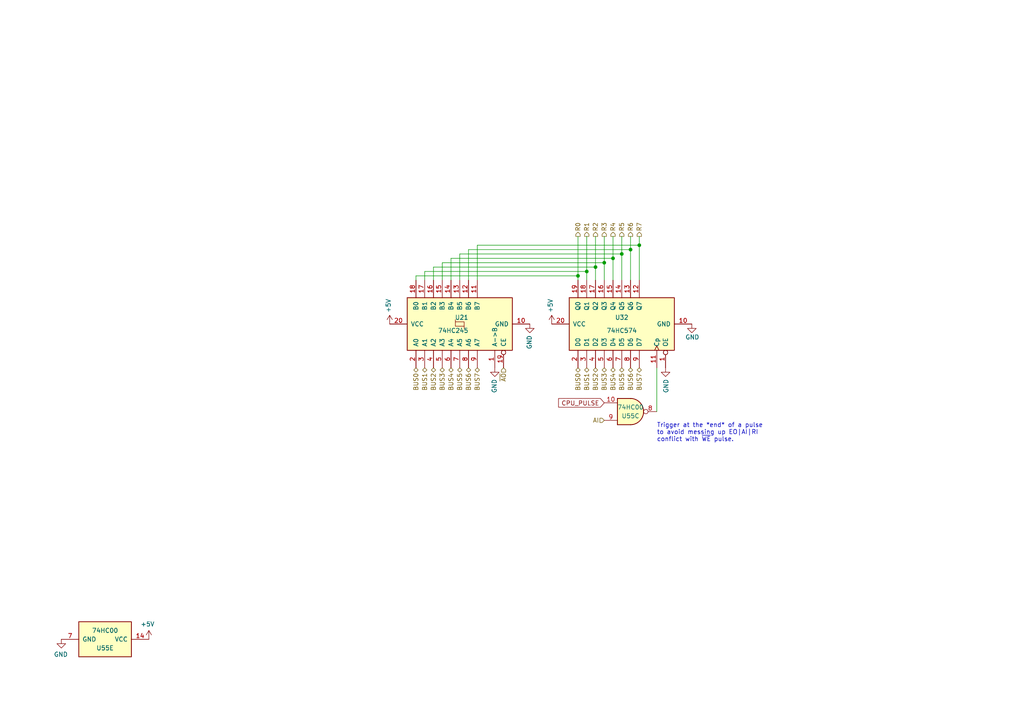
<source format=kicad_sch>
(kicad_sch (version 20211123) (generator eeschema)

  (uuid f8529c76-1044-4634-9957-c14ed2657ad1)

  (paper "A4")

  (title_block
    (title "A Register")
    (date "2023-06-22")
    (rev "1.2")
    (comment 2 "creativecommons.org/licenses/by-nc-sa/4.0/")
    (comment 3 "This work is licensed under CC BY-NC-SA 4.0")
    (comment 4 "Author: Carsten Herting (slu4)")
  )

  (lib_symbols
    (symbol "74xx:74HC00" (pin_names (offset 1.016)) (in_bom yes) (on_board yes)
      (property "Reference" "U" (id 0) (at 0 1.27 0)
        (effects (font (size 1.27 1.27)))
      )
      (property "Value" "74HC00" (id 1) (at 0 -1.27 0)
        (effects (font (size 1.27 1.27)))
      )
      (property "Footprint" "" (id 2) (at 0 0 0)
        (effects (font (size 1.27 1.27)) hide)
      )
      (property "Datasheet" "http://www.ti.com/lit/gpn/sn74hc00" (id 3) (at 0 0 0)
        (effects (font (size 1.27 1.27)) hide)
      )
      (property "ki_locked" "" (id 4) (at 0 0 0)
        (effects (font (size 1.27 1.27)))
      )
      (property "ki_keywords" "HCMOS nand 2-input" (id 5) (at 0 0 0)
        (effects (font (size 1.27 1.27)) hide)
      )
      (property "ki_description" "quad 2-input NAND gate" (id 6) (at 0 0 0)
        (effects (font (size 1.27 1.27)) hide)
      )
      (property "ki_fp_filters" "DIP*W7.62mm* SO14*" (id 7) (at 0 0 0)
        (effects (font (size 1.27 1.27)) hide)
      )
      (symbol "74HC00_1_1"
        (arc (start 0 -3.81) (mid 3.81 0) (end 0 3.81)
          (stroke (width 0.254) (type default) (color 0 0 0 0))
          (fill (type background))
        )
        (polyline
          (pts
            (xy 0 3.81)
            (xy -3.81 3.81)
            (xy -3.81 -3.81)
            (xy 0 -3.81)
          )
          (stroke (width 0.254) (type default) (color 0 0 0 0))
          (fill (type background))
        )
        (pin input line (at -7.62 2.54 0) (length 3.81)
          (name "~" (effects (font (size 1.27 1.27))))
          (number "1" (effects (font (size 1.27 1.27))))
        )
        (pin input line (at -7.62 -2.54 0) (length 3.81)
          (name "~" (effects (font (size 1.27 1.27))))
          (number "2" (effects (font (size 1.27 1.27))))
        )
        (pin output inverted (at 7.62 0 180) (length 3.81)
          (name "~" (effects (font (size 1.27 1.27))))
          (number "3" (effects (font (size 1.27 1.27))))
        )
      )
      (symbol "74HC00_1_2"
        (arc (start -3.81 -3.81) (mid -2.589 0) (end -3.81 3.81)
          (stroke (width 0.254) (type default) (color 0 0 0 0))
          (fill (type none))
        )
        (arc (start -0.6096 -3.81) (mid 2.1842 -2.5851) (end 3.81 0)
          (stroke (width 0.254) (type default) (color 0 0 0 0))
          (fill (type background))
        )
        (polyline
          (pts
            (xy -3.81 -3.81)
            (xy -0.635 -3.81)
          )
          (stroke (width 0.254) (type default) (color 0 0 0 0))
          (fill (type background))
        )
        (polyline
          (pts
            (xy -3.81 3.81)
            (xy -0.635 3.81)
          )
          (stroke (width 0.254) (type default) (color 0 0 0 0))
          (fill (type background))
        )
        (polyline
          (pts
            (xy -0.635 3.81)
            (xy -3.81 3.81)
            (xy -3.81 3.81)
            (xy -3.556 3.4036)
            (xy -3.0226 2.2606)
            (xy -2.6924 1.0414)
            (xy -2.6162 -0.254)
            (xy -2.7686 -1.4986)
            (xy -3.175 -2.7178)
            (xy -3.81 -3.81)
            (xy -3.81 -3.81)
            (xy -0.635 -3.81)
          )
          (stroke (width -25.4) (type default) (color 0 0 0 0))
          (fill (type background))
        )
        (arc (start 3.81 0) (mid 2.1915 2.5936) (end -0.6096 3.81)
          (stroke (width 0.254) (type default) (color 0 0 0 0))
          (fill (type background))
        )
        (pin input inverted (at -7.62 2.54 0) (length 4.318)
          (name "~" (effects (font (size 1.27 1.27))))
          (number "1" (effects (font (size 1.27 1.27))))
        )
        (pin input inverted (at -7.62 -2.54 0) (length 4.318)
          (name "~" (effects (font (size 1.27 1.27))))
          (number "2" (effects (font (size 1.27 1.27))))
        )
        (pin output line (at 7.62 0 180) (length 3.81)
          (name "~" (effects (font (size 1.27 1.27))))
          (number "3" (effects (font (size 1.27 1.27))))
        )
      )
      (symbol "74HC00_2_1"
        (arc (start 0 -3.81) (mid 3.81 0) (end 0 3.81)
          (stroke (width 0.254) (type default) (color 0 0 0 0))
          (fill (type background))
        )
        (polyline
          (pts
            (xy 0 3.81)
            (xy -3.81 3.81)
            (xy -3.81 -3.81)
            (xy 0 -3.81)
          )
          (stroke (width 0.254) (type default) (color 0 0 0 0))
          (fill (type background))
        )
        (pin input line (at -7.62 2.54 0) (length 3.81)
          (name "~" (effects (font (size 1.27 1.27))))
          (number "4" (effects (font (size 1.27 1.27))))
        )
        (pin input line (at -7.62 -2.54 0) (length 3.81)
          (name "~" (effects (font (size 1.27 1.27))))
          (number "5" (effects (font (size 1.27 1.27))))
        )
        (pin output inverted (at 7.62 0 180) (length 3.81)
          (name "~" (effects (font (size 1.27 1.27))))
          (number "6" (effects (font (size 1.27 1.27))))
        )
      )
      (symbol "74HC00_2_2"
        (arc (start -3.81 -3.81) (mid -2.589 0) (end -3.81 3.81)
          (stroke (width 0.254) (type default) (color 0 0 0 0))
          (fill (type none))
        )
        (arc (start -0.6096 -3.81) (mid 2.1842 -2.5851) (end 3.81 0)
          (stroke (width 0.254) (type default) (color 0 0 0 0))
          (fill (type background))
        )
        (polyline
          (pts
            (xy -3.81 -3.81)
            (xy -0.635 -3.81)
          )
          (stroke (width 0.254) (type default) (color 0 0 0 0))
          (fill (type background))
        )
        (polyline
          (pts
            (xy -3.81 3.81)
            (xy -0.635 3.81)
          )
          (stroke (width 0.254) (type default) (color 0 0 0 0))
          (fill (type background))
        )
        (polyline
          (pts
            (xy -0.635 3.81)
            (xy -3.81 3.81)
            (xy -3.81 3.81)
            (xy -3.556 3.4036)
            (xy -3.0226 2.2606)
            (xy -2.6924 1.0414)
            (xy -2.6162 -0.254)
            (xy -2.7686 -1.4986)
            (xy -3.175 -2.7178)
            (xy -3.81 -3.81)
            (xy -3.81 -3.81)
            (xy -0.635 -3.81)
          )
          (stroke (width -25.4) (type default) (color 0 0 0 0))
          (fill (type background))
        )
        (arc (start 3.81 0) (mid 2.1915 2.5936) (end -0.6096 3.81)
          (stroke (width 0.254) (type default) (color 0 0 0 0))
          (fill (type background))
        )
        (pin input inverted (at -7.62 2.54 0) (length 4.318)
          (name "~" (effects (font (size 1.27 1.27))))
          (number "4" (effects (font (size 1.27 1.27))))
        )
        (pin input inverted (at -7.62 -2.54 0) (length 4.318)
          (name "~" (effects (font (size 1.27 1.27))))
          (number "5" (effects (font (size 1.27 1.27))))
        )
        (pin output line (at 7.62 0 180) (length 3.81)
          (name "~" (effects (font (size 1.27 1.27))))
          (number "6" (effects (font (size 1.27 1.27))))
        )
      )
      (symbol "74HC00_3_1"
        (arc (start 0 -3.81) (mid 3.81 0) (end 0 3.81)
          (stroke (width 0.254) (type default) (color 0 0 0 0))
          (fill (type background))
        )
        (polyline
          (pts
            (xy 0 3.81)
            (xy -3.81 3.81)
            (xy -3.81 -3.81)
            (xy 0 -3.81)
          )
          (stroke (width 0.254) (type default) (color 0 0 0 0))
          (fill (type background))
        )
        (pin input line (at -7.62 -2.54 0) (length 3.81)
          (name "~" (effects (font (size 1.27 1.27))))
          (number "10" (effects (font (size 1.27 1.27))))
        )
        (pin output inverted (at 7.62 0 180) (length 3.81)
          (name "~" (effects (font (size 1.27 1.27))))
          (number "8" (effects (font (size 1.27 1.27))))
        )
        (pin input line (at -7.62 2.54 0) (length 3.81)
          (name "~" (effects (font (size 1.27 1.27))))
          (number "9" (effects (font (size 1.27 1.27))))
        )
      )
      (symbol "74HC00_3_2"
        (arc (start -3.81 -3.81) (mid -2.589 0) (end -3.81 3.81)
          (stroke (width 0.254) (type default) (color 0 0 0 0))
          (fill (type none))
        )
        (arc (start -0.6096 -3.81) (mid 2.1842 -2.5851) (end 3.81 0)
          (stroke (width 0.254) (type default) (color 0 0 0 0))
          (fill (type background))
        )
        (polyline
          (pts
            (xy -3.81 -3.81)
            (xy -0.635 -3.81)
          )
          (stroke (width 0.254) (type default) (color 0 0 0 0))
          (fill (type background))
        )
        (polyline
          (pts
            (xy -3.81 3.81)
            (xy -0.635 3.81)
          )
          (stroke (width 0.254) (type default) (color 0 0 0 0))
          (fill (type background))
        )
        (polyline
          (pts
            (xy -0.635 3.81)
            (xy -3.81 3.81)
            (xy -3.81 3.81)
            (xy -3.556 3.4036)
            (xy -3.0226 2.2606)
            (xy -2.6924 1.0414)
            (xy -2.6162 -0.254)
            (xy -2.7686 -1.4986)
            (xy -3.175 -2.7178)
            (xy -3.81 -3.81)
            (xy -3.81 -3.81)
            (xy -0.635 -3.81)
          )
          (stroke (width -25.4) (type default) (color 0 0 0 0))
          (fill (type background))
        )
        (arc (start 3.81 0) (mid 2.1915 2.5936) (end -0.6096 3.81)
          (stroke (width 0.254) (type default) (color 0 0 0 0))
          (fill (type background))
        )
        (pin input inverted (at -7.62 -2.54 0) (length 4.318)
          (name "~" (effects (font (size 1.27 1.27))))
          (number "10" (effects (font (size 1.27 1.27))))
        )
        (pin output line (at 7.62 0 180) (length 3.81)
          (name "~" (effects (font (size 1.27 1.27))))
          (number "8" (effects (font (size 1.27 1.27))))
        )
        (pin input inverted (at -7.62 2.54 0) (length 4.318)
          (name "~" (effects (font (size 1.27 1.27))))
          (number "9" (effects (font (size 1.27 1.27))))
        )
      )
      (symbol "74HC00_4_1"
        (arc (start 0 -3.81) (mid 3.81 0) (end 0 3.81)
          (stroke (width 0.254) (type default) (color 0 0 0 0))
          (fill (type background))
        )
        (polyline
          (pts
            (xy 0 3.81)
            (xy -3.81 3.81)
            (xy -3.81 -3.81)
            (xy 0 -3.81)
          )
          (stroke (width 0.254) (type default) (color 0 0 0 0))
          (fill (type background))
        )
        (pin output inverted (at 7.62 0 180) (length 3.81)
          (name "~" (effects (font (size 1.27 1.27))))
          (number "11" (effects (font (size 1.27 1.27))))
        )
        (pin input line (at -7.62 2.54 0) (length 3.81)
          (name "~" (effects (font (size 1.27 1.27))))
          (number "12" (effects (font (size 1.27 1.27))))
        )
        (pin input line (at -7.62 -2.54 0) (length 3.81)
          (name "~" (effects (font (size 1.27 1.27))))
          (number "13" (effects (font (size 1.27 1.27))))
        )
      )
      (symbol "74HC00_4_2"
        (arc (start -3.81 -3.81) (mid -2.589 0) (end -3.81 3.81)
          (stroke (width 0.254) (type default) (color 0 0 0 0))
          (fill (type none))
        )
        (arc (start -0.6096 -3.81) (mid 2.1842 -2.5851) (end 3.81 0)
          (stroke (width 0.254) (type default) (color 0 0 0 0))
          (fill (type background))
        )
        (polyline
          (pts
            (xy -3.81 -3.81)
            (xy -0.635 -3.81)
          )
          (stroke (width 0.254) (type default) (color 0 0 0 0))
          (fill (type background))
        )
        (polyline
          (pts
            (xy -3.81 3.81)
            (xy -0.635 3.81)
          )
          (stroke (width 0.254) (type default) (color 0 0 0 0))
          (fill (type background))
        )
        (polyline
          (pts
            (xy -0.635 3.81)
            (xy -3.81 3.81)
            (xy -3.81 3.81)
            (xy -3.556 3.4036)
            (xy -3.0226 2.2606)
            (xy -2.6924 1.0414)
            (xy -2.6162 -0.254)
            (xy -2.7686 -1.4986)
            (xy -3.175 -2.7178)
            (xy -3.81 -3.81)
            (xy -3.81 -3.81)
            (xy -0.635 -3.81)
          )
          (stroke (width -25.4) (type default) (color 0 0 0 0))
          (fill (type background))
        )
        (arc (start 3.81 0) (mid 2.1915 2.5936) (end -0.6096 3.81)
          (stroke (width 0.254) (type default) (color 0 0 0 0))
          (fill (type background))
        )
        (pin output line (at 7.62 0 180) (length 3.81)
          (name "~" (effects (font (size 1.27 1.27))))
          (number "11" (effects (font (size 1.27 1.27))))
        )
        (pin input inverted (at -7.62 2.54 0) (length 4.318)
          (name "~" (effects (font (size 1.27 1.27))))
          (number "12" (effects (font (size 1.27 1.27))))
        )
        (pin input inverted (at -7.62 -2.54 0) (length 4.318)
          (name "~" (effects (font (size 1.27 1.27))))
          (number "13" (effects (font (size 1.27 1.27))))
        )
      )
      (symbol "74HC00_5_0"
        (pin power_in line (at 0 12.7 270) (length 5.08)
          (name "VCC" (effects (font (size 1.27 1.27))))
          (number "14" (effects (font (size 1.27 1.27))))
        )
        (pin power_in line (at 0 -12.7 90) (length 5.08)
          (name "GND" (effects (font (size 1.27 1.27))))
          (number "7" (effects (font (size 1.27 1.27))))
        )
      )
      (symbol "74HC00_5_1"
        (rectangle (start -5.08 7.62) (end 5.08 -7.62)
          (stroke (width 0.254) (type default) (color 0 0 0 0))
          (fill (type background))
        )
      )
    )
    (symbol "74xx:74HC245" (pin_names (offset 1.016)) (in_bom yes) (on_board yes)
      (property "Reference" "U" (id 0) (at -7.62 16.51 0)
        (effects (font (size 1.27 1.27)))
      )
      (property "Value" "74HC245" (id 1) (at -7.62 -16.51 0)
        (effects (font (size 1.27 1.27)))
      )
      (property "Footprint" "" (id 2) (at 0 0 0)
        (effects (font (size 1.27 1.27)) hide)
      )
      (property "Datasheet" "http://www.ti.com/lit/gpn/sn74HC245" (id 3) (at 0 0 0)
        (effects (font (size 1.27 1.27)) hide)
      )
      (property "ki_locked" "" (id 4) (at 0 0 0)
        (effects (font (size 1.27 1.27)))
      )
      (property "ki_keywords" "HCMOS BUS 3State" (id 5) (at 0 0 0)
        (effects (font (size 1.27 1.27)) hide)
      )
      (property "ki_description" "Octal BUS Transceivers, 3-State outputs" (id 6) (at 0 0 0)
        (effects (font (size 1.27 1.27)) hide)
      )
      (property "ki_fp_filters" "DIP?20*" (id 7) (at 0 0 0)
        (effects (font (size 1.27 1.27)) hide)
      )
      (symbol "74HC245_1_0"
        (polyline
          (pts
            (xy -0.635 -1.27)
            (xy -0.635 1.27)
            (xy 0.635 1.27)
          )
          (stroke (width 0) (type default) (color 0 0 0 0))
          (fill (type none))
        )
        (polyline
          (pts
            (xy -1.27 -1.27)
            (xy 0.635 -1.27)
            (xy 0.635 1.27)
            (xy 1.27 1.27)
          )
          (stroke (width 0) (type default) (color 0 0 0 0))
          (fill (type none))
        )
        (pin input line (at -12.7 -10.16 0) (length 5.08)
          (name "A->B" (effects (font (size 1.27 1.27))))
          (number "1" (effects (font (size 1.27 1.27))))
        )
        (pin power_in line (at 0 -20.32 90) (length 5.08)
          (name "GND" (effects (font (size 1.27 1.27))))
          (number "10" (effects (font (size 1.27 1.27))))
        )
        (pin tri_state line (at 12.7 -5.08 180) (length 5.08)
          (name "B7" (effects (font (size 1.27 1.27))))
          (number "11" (effects (font (size 1.27 1.27))))
        )
        (pin tri_state line (at 12.7 -2.54 180) (length 5.08)
          (name "B6" (effects (font (size 1.27 1.27))))
          (number "12" (effects (font (size 1.27 1.27))))
        )
        (pin tri_state line (at 12.7 0 180) (length 5.08)
          (name "B5" (effects (font (size 1.27 1.27))))
          (number "13" (effects (font (size 1.27 1.27))))
        )
        (pin tri_state line (at 12.7 2.54 180) (length 5.08)
          (name "B4" (effects (font (size 1.27 1.27))))
          (number "14" (effects (font (size 1.27 1.27))))
        )
        (pin tri_state line (at 12.7 5.08 180) (length 5.08)
          (name "B3" (effects (font (size 1.27 1.27))))
          (number "15" (effects (font (size 1.27 1.27))))
        )
        (pin tri_state line (at 12.7 7.62 180) (length 5.08)
          (name "B2" (effects (font (size 1.27 1.27))))
          (number "16" (effects (font (size 1.27 1.27))))
        )
        (pin tri_state line (at 12.7 10.16 180) (length 5.08)
          (name "B1" (effects (font (size 1.27 1.27))))
          (number "17" (effects (font (size 1.27 1.27))))
        )
        (pin tri_state line (at 12.7 12.7 180) (length 5.08)
          (name "B0" (effects (font (size 1.27 1.27))))
          (number "18" (effects (font (size 1.27 1.27))))
        )
        (pin input inverted (at -12.7 -12.7 0) (length 5.08)
          (name "CE" (effects (font (size 1.27 1.27))))
          (number "19" (effects (font (size 1.27 1.27))))
        )
        (pin tri_state line (at -12.7 12.7 0) (length 5.08)
          (name "A0" (effects (font (size 1.27 1.27))))
          (number "2" (effects (font (size 1.27 1.27))))
        )
        (pin power_in line (at 0 20.32 270) (length 5.08)
          (name "VCC" (effects (font (size 1.27 1.27))))
          (number "20" (effects (font (size 1.27 1.27))))
        )
        (pin tri_state line (at -12.7 10.16 0) (length 5.08)
          (name "A1" (effects (font (size 1.27 1.27))))
          (number "3" (effects (font (size 1.27 1.27))))
        )
        (pin tri_state line (at -12.7 7.62 0) (length 5.08)
          (name "A2" (effects (font (size 1.27 1.27))))
          (number "4" (effects (font (size 1.27 1.27))))
        )
        (pin tri_state line (at -12.7 5.08 0) (length 5.08)
          (name "A3" (effects (font (size 1.27 1.27))))
          (number "5" (effects (font (size 1.27 1.27))))
        )
        (pin tri_state line (at -12.7 2.54 0) (length 5.08)
          (name "A4" (effects (font (size 1.27 1.27))))
          (number "6" (effects (font (size 1.27 1.27))))
        )
        (pin tri_state line (at -12.7 0 0) (length 5.08)
          (name "A5" (effects (font (size 1.27 1.27))))
          (number "7" (effects (font (size 1.27 1.27))))
        )
        (pin tri_state line (at -12.7 -2.54 0) (length 5.08)
          (name "A6" (effects (font (size 1.27 1.27))))
          (number "8" (effects (font (size 1.27 1.27))))
        )
        (pin tri_state line (at -12.7 -5.08 0) (length 5.08)
          (name "A7" (effects (font (size 1.27 1.27))))
          (number "9" (effects (font (size 1.27 1.27))))
        )
      )
      (symbol "74HC245_1_1"
        (rectangle (start -7.62 15.24) (end 7.62 -15.24)
          (stroke (width 0.254) (type default) (color 0 0 0 0))
          (fill (type background))
        )
      )
    )
    (symbol "8-Bit CPU 32k-cache:74HC00" (pin_names (offset 1.016)) (in_bom yes) (on_board yes)
      (property "Reference" "U" (id 0) (at 0 1.27 0)
        (effects (font (size 1.27 1.27)))
      )
      (property "Value" "74HC00" (id 1) (at 0 -1.27 0)
        (effects (font (size 1.27 1.27)))
      )
      (property "Footprint" "" (id 2) (at 0 0 0)
        (effects (font (size 1.27 1.27)) hide)
      )
      (property "Datasheet" "" (id 3) (at 0 0 0)
        (effects (font (size 1.27 1.27)) hide)
      )
      (property "ki_locked" "" (id 4) (at 0 0 0)
        (effects (font (size 1.27 1.27)))
      )
      (property "ki_fp_filters" "DIP*W7.62mm* SO14*" (id 5) (at 0 0 0)
        (effects (font (size 1.27 1.27)) hide)
      )
      (symbol "74HC00_1_1"
        (arc (start 0 -3.81) (mid 3.81 0) (end 0 3.81)
          (stroke (width 0.254) (type default) (color 0 0 0 0))
          (fill (type background))
        )
        (polyline
          (pts
            (xy 0 3.81)
            (xy -3.81 3.81)
            (xy -3.81 -3.81)
            (xy 0 -3.81)
          )
          (stroke (width 0.254) (type default) (color 0 0 0 0))
          (fill (type background))
        )
        (pin input line (at -7.62 2.54 0) (length 3.81)
          (name "~" (effects (font (size 1.27 1.27))))
          (number "1" (effects (font (size 1.27 1.27))))
        )
        (pin input line (at -7.62 -2.54 0) (length 3.81)
          (name "~" (effects (font (size 1.27 1.27))))
          (number "2" (effects (font (size 1.27 1.27))))
        )
        (pin output inverted (at 7.62 0 180) (length 3.81)
          (name "~" (effects (font (size 1.27 1.27))))
          (number "3" (effects (font (size 1.27 1.27))))
        )
      )
      (symbol "74HC00_1_2"
        (arc (start -3.81 -3.81) (mid -2.589 0) (end -3.81 3.81)
          (stroke (width 0.254) (type default) (color 0 0 0 0))
          (fill (type none))
        )
        (arc (start -0.6096 -3.81) (mid 2.1842 -2.5851) (end 3.81 0)
          (stroke (width 0.254) (type default) (color 0 0 0 0))
          (fill (type background))
        )
        (polyline
          (pts
            (xy -3.81 -3.81)
            (xy -0.635 -3.81)
          )
          (stroke (width 0.254) (type default) (color 0 0 0 0))
          (fill (type background))
        )
        (polyline
          (pts
            (xy -3.81 3.81)
            (xy -0.635 3.81)
          )
          (stroke (width 0.254) (type default) (color 0 0 0 0))
          (fill (type background))
        )
        (polyline
          (pts
            (xy -0.635 3.81)
            (xy -3.81 3.81)
            (xy -3.81 3.81)
            (xy -3.556 3.4036)
            (xy -3.0226 2.2606)
            (xy -2.6924 1.0414)
            (xy -2.6162 -0.254)
            (xy -2.7686 -1.4986)
            (xy -3.175 -2.7178)
            (xy -3.81 -3.81)
            (xy -3.81 -3.81)
            (xy -0.635 -3.81)
          )
          (stroke (width -25.4) (type default) (color 0 0 0 0))
          (fill (type background))
        )
        (arc (start 3.81 0) (mid 2.1915 2.5936) (end -0.6096 3.81)
          (stroke (width 0.254) (type default) (color 0 0 0 0))
          (fill (type background))
        )
        (pin input inverted (at -7.62 2.54 0) (length 4.318)
          (name "~" (effects (font (size 1.27 1.27))))
          (number "1" (effects (font (size 1.27 1.27))))
        )
        (pin input inverted (at -7.62 -2.54 0) (length 4.318)
          (name "~" (effects (font (size 1.27 1.27))))
          (number "2" (effects (font (size 1.27 1.27))))
        )
        (pin output line (at 7.62 0 180) (length 3.81)
          (name "~" (effects (font (size 1.27 1.27))))
          (number "3" (effects (font (size 1.27 1.27))))
        )
      )
      (symbol "74HC00_2_1"
        (arc (start 0 -3.81) (mid 3.81 0) (end 0 3.81)
          (stroke (width 0.254) (type default) (color 0 0 0 0))
          (fill (type background))
        )
        (polyline
          (pts
            (xy 0 3.81)
            (xy -3.81 3.81)
            (xy -3.81 -3.81)
            (xy 0 -3.81)
          )
          (stroke (width 0.254) (type default) (color 0 0 0 0))
          (fill (type background))
        )
        (pin input line (at -7.62 2.54 0) (length 3.81)
          (name "~" (effects (font (size 1.27 1.27))))
          (number "4" (effects (font (size 1.27 1.27))))
        )
        (pin input line (at -7.62 -2.54 0) (length 3.81)
          (name "~" (effects (font (size 1.27 1.27))))
          (number "5" (effects (font (size 1.27 1.27))))
        )
        (pin output inverted (at 7.62 0 180) (length 3.81)
          (name "~" (effects (font (size 1.27 1.27))))
          (number "6" (effects (font (size 1.27 1.27))))
        )
      )
      (symbol "74HC00_2_2"
        (arc (start -3.81 -3.81) (mid -2.589 0) (end -3.81 3.81)
          (stroke (width 0.254) (type default) (color 0 0 0 0))
          (fill (type none))
        )
        (arc (start -0.6096 -3.81) (mid 2.1842 -2.5851) (end 3.81 0)
          (stroke (width 0.254) (type default) (color 0 0 0 0))
          (fill (type background))
        )
        (polyline
          (pts
            (xy -3.81 -3.81)
            (xy -0.635 -3.81)
          )
          (stroke (width 0.254) (type default) (color 0 0 0 0))
          (fill (type background))
        )
        (polyline
          (pts
            (xy -3.81 3.81)
            (xy -0.635 3.81)
          )
          (stroke (width 0.254) (type default) (color 0 0 0 0))
          (fill (type background))
        )
        (polyline
          (pts
            (xy -0.635 3.81)
            (xy -3.81 3.81)
            (xy -3.81 3.81)
            (xy -3.556 3.4036)
            (xy -3.0226 2.2606)
            (xy -2.6924 1.0414)
            (xy -2.6162 -0.254)
            (xy -2.7686 -1.4986)
            (xy -3.175 -2.7178)
            (xy -3.81 -3.81)
            (xy -3.81 -3.81)
            (xy -0.635 -3.81)
          )
          (stroke (width -25.4) (type default) (color 0 0 0 0))
          (fill (type background))
        )
        (arc (start 3.81 0) (mid 2.1915 2.5936) (end -0.6096 3.81)
          (stroke (width 0.254) (type default) (color 0 0 0 0))
          (fill (type background))
        )
        (pin input inverted (at -7.62 2.54 0) (length 4.318)
          (name "~" (effects (font (size 1.27 1.27))))
          (number "4" (effects (font (size 1.27 1.27))))
        )
        (pin input inverted (at -7.62 -2.54 0) (length 4.318)
          (name "~" (effects (font (size 1.27 1.27))))
          (number "5" (effects (font (size 1.27 1.27))))
        )
        (pin output line (at 7.62 0 180) (length 3.81)
          (name "~" (effects (font (size 1.27 1.27))))
          (number "6" (effects (font (size 1.27 1.27))))
        )
      )
      (symbol "74HC00_3_1"
        (arc (start 0 -3.81) (mid 3.81 0) (end 0 3.81)
          (stroke (width 0.254) (type default) (color 0 0 0 0))
          (fill (type background))
        )
        (polyline
          (pts
            (xy 0 3.81)
            (xy -3.81 3.81)
            (xy -3.81 -3.81)
            (xy 0 -3.81)
          )
          (stroke (width 0.254) (type default) (color 0 0 0 0))
          (fill (type background))
        )
        (pin input line (at -7.62 -2.54 0) (length 3.81)
          (name "~" (effects (font (size 1.27 1.27))))
          (number "10" (effects (font (size 1.27 1.27))))
        )
        (pin output inverted (at 7.62 0 180) (length 3.81)
          (name "~" (effects (font (size 1.27 1.27))))
          (number "8" (effects (font (size 1.27 1.27))))
        )
        (pin input line (at -7.62 2.54 0) (length 3.81)
          (name "~" (effects (font (size 1.27 1.27))))
          (number "9" (effects (font (size 1.27 1.27))))
        )
      )
      (symbol "74HC00_3_2"
        (arc (start -3.81 -3.81) (mid -2.589 0) (end -3.81 3.81)
          (stroke (width 0.254) (type default) (color 0 0 0 0))
          (fill (type none))
        )
        (arc (start -0.6096 -3.81) (mid 2.1842 -2.5851) (end 3.81 0)
          (stroke (width 0.254) (type default) (color 0 0 0 0))
          (fill (type background))
        )
        (polyline
          (pts
            (xy -3.81 -3.81)
            (xy -0.635 -3.81)
          )
          (stroke (width 0.254) (type default) (color 0 0 0 0))
          (fill (type background))
        )
        (polyline
          (pts
            (xy -3.81 3.81)
            (xy -0.635 3.81)
          )
          (stroke (width 0.254) (type default) (color 0 0 0 0))
          (fill (type background))
        )
        (polyline
          (pts
            (xy -0.635 3.81)
            (xy -3.81 3.81)
            (xy -3.81 3.81)
            (xy -3.556 3.4036)
            (xy -3.0226 2.2606)
            (xy -2.6924 1.0414)
            (xy -2.6162 -0.254)
            (xy -2.7686 -1.4986)
            (xy -3.175 -2.7178)
            (xy -3.81 -3.81)
            (xy -3.81 -3.81)
            (xy -0.635 -3.81)
          )
          (stroke (width -25.4) (type default) (color 0 0 0 0))
          (fill (type background))
        )
        (arc (start 3.81 0) (mid 2.1915 2.5936) (end -0.6096 3.81)
          (stroke (width 0.254) (type default) (color 0 0 0 0))
          (fill (type background))
        )
        (pin input inverted (at -7.62 -2.54 0) (length 4.318)
          (name "~" (effects (font (size 1.27 1.27))))
          (number "10" (effects (font (size 1.27 1.27))))
        )
        (pin output line (at 7.62 0 180) (length 3.81)
          (name "~" (effects (font (size 1.27 1.27))))
          (number "8" (effects (font (size 1.27 1.27))))
        )
        (pin input inverted (at -7.62 2.54 0) (length 4.318)
          (name "~" (effects (font (size 1.27 1.27))))
          (number "9" (effects (font (size 1.27 1.27))))
        )
      )
      (symbol "74HC00_4_1"
        (arc (start 0 -3.81) (mid 3.81 0) (end 0 3.81)
          (stroke (width 0.254) (type default) (color 0 0 0 0))
          (fill (type background))
        )
        (polyline
          (pts
            (xy 0 3.81)
            (xy -3.81 3.81)
            (xy -3.81 -3.81)
            (xy 0 -3.81)
          )
          (stroke (width 0.254) (type default) (color 0 0 0 0))
          (fill (type background))
        )
        (pin output inverted (at 7.62 0 180) (length 3.81)
          (name "~" (effects (font (size 1.27 1.27))))
          (number "11" (effects (font (size 1.27 1.27))))
        )
        (pin input line (at -7.62 2.54 0) (length 3.81)
          (name "~" (effects (font (size 1.27 1.27))))
          (number "12" (effects (font (size 1.27 1.27))))
        )
        (pin input line (at -7.62 -2.54 0) (length 3.81)
          (name "~" (effects (font (size 1.27 1.27))))
          (number "13" (effects (font (size 1.27 1.27))))
        )
      )
      (symbol "74HC00_4_2"
        (arc (start -3.81 -3.81) (mid -2.589 0) (end -3.81 3.81)
          (stroke (width 0.254) (type default) (color 0 0 0 0))
          (fill (type none))
        )
        (arc (start -0.6096 -3.81) (mid 2.1842 -2.5851) (end 3.81 0)
          (stroke (width 0.254) (type default) (color 0 0 0 0))
          (fill (type background))
        )
        (polyline
          (pts
            (xy -3.81 -3.81)
            (xy -0.635 -3.81)
          )
          (stroke (width 0.254) (type default) (color 0 0 0 0))
          (fill (type background))
        )
        (polyline
          (pts
            (xy -3.81 3.81)
            (xy -0.635 3.81)
          )
          (stroke (width 0.254) (type default) (color 0 0 0 0))
          (fill (type background))
        )
        (polyline
          (pts
            (xy -0.635 3.81)
            (xy -3.81 3.81)
            (xy -3.81 3.81)
            (xy -3.556 3.4036)
            (xy -3.0226 2.2606)
            (xy -2.6924 1.0414)
            (xy -2.6162 -0.254)
            (xy -2.7686 -1.4986)
            (xy -3.175 -2.7178)
            (xy -3.81 -3.81)
            (xy -3.81 -3.81)
            (xy -0.635 -3.81)
          )
          (stroke (width -25.4) (type default) (color 0 0 0 0))
          (fill (type background))
        )
        (arc (start 3.81 0) (mid 2.1915 2.5936) (end -0.6096 3.81)
          (stroke (width 0.254) (type default) (color 0 0 0 0))
          (fill (type background))
        )
        (pin output line (at 7.62 0 180) (length 3.81)
          (name "~" (effects (font (size 1.27 1.27))))
          (number "11" (effects (font (size 1.27 1.27))))
        )
        (pin input inverted (at -7.62 2.54 0) (length 4.318)
          (name "~" (effects (font (size 1.27 1.27))))
          (number "12" (effects (font (size 1.27 1.27))))
        )
        (pin input inverted (at -7.62 -2.54 0) (length 4.318)
          (name "~" (effects (font (size 1.27 1.27))))
          (number "13" (effects (font (size 1.27 1.27))))
        )
      )
      (symbol "74HC00_5_0"
        (pin power_in line (at 0 12.7 270) (length 5.08)
          (name "VCC" (effects (font (size 1.27 1.27))))
          (number "14" (effects (font (size 1.27 1.27))))
        )
        (pin power_in line (at 0 -12.7 90) (length 5.08)
          (name "GND" (effects (font (size 1.27 1.27))))
          (number "7" (effects (font (size 1.27 1.27))))
        )
      )
      (symbol "74HC00_5_1"
        (rectangle (start -5.08 7.62) (end 5.08 -7.62)
          (stroke (width 0.254) (type default) (color 0 0 0 0))
          (fill (type background))
        )
      )
    )
    (symbol "8-Bit CPU 32k:74HC574" (pin_names (offset 1.016)) (in_bom yes) (on_board yes)
      (property "Reference" "U" (id 0) (at -7.62 16.51 0)
        (effects (font (size 1.27 1.27)))
      )
      (property "Value" "74HC574" (id 1) (at -7.62 -16.51 0)
        (effects (font (size 1.27 1.27)))
      )
      (property "Footprint" "" (id 2) (at 0 0 0)
        (effects (font (size 1.27 1.27)) hide)
      )
      (property "Datasheet" "http://www.ti.com/lit/gpn/sn74LS574" (id 3) (at 0 0 0)
        (effects (font (size 1.27 1.27)) hide)
      )
      (property "ki_locked" "" (id 4) (at 0 0 0)
        (effects (font (size 1.27 1.27)))
      )
      (property "ki_keywords" "TTL REG DFF DFF8 3State" (id 5) (at 0 0 0)
        (effects (font (size 1.27 1.27)) hide)
      )
      (property "ki_description" "8-bit Register, 3-state outputs" (id 6) (at 0 0 0)
        (effects (font (size 1.27 1.27)) hide)
      )
      (property "ki_fp_filters" "DIP?20*" (id 7) (at 0 0 0)
        (effects (font (size 1.27 1.27)) hide)
      )
      (symbol "74HC574_1_0"
        (pin input inverted (at -12.7 -12.7 0) (length 5.08)
          (name "OE" (effects (font (size 1.27 1.27))))
          (number "1" (effects (font (size 1.27 1.27))))
        )
        (pin power_in line (at 0 -20.32 90) (length 5.08)
          (name "GND" (effects (font (size 1.27 1.27))))
          (number "10" (effects (font (size 1.27 1.27))))
        )
        (pin input clock (at -12.7 -10.16 0) (length 5.08)
          (name "Cp" (effects (font (size 1.27 1.27))))
          (number "11" (effects (font (size 1.27 1.27))))
        )
        (pin tri_state line (at 12.7 -5.08 180) (length 5.08)
          (name "Q7" (effects (font (size 1.27 1.27))))
          (number "12" (effects (font (size 1.27 1.27))))
        )
        (pin tri_state line (at 12.7 -2.54 180) (length 5.08)
          (name "Q6" (effects (font (size 1.27 1.27))))
          (number "13" (effects (font (size 1.27 1.27))))
        )
        (pin tri_state line (at 12.7 0 180) (length 5.08)
          (name "Q5" (effects (font (size 1.27 1.27))))
          (number "14" (effects (font (size 1.27 1.27))))
        )
        (pin tri_state line (at 12.7 2.54 180) (length 5.08)
          (name "Q4" (effects (font (size 1.27 1.27))))
          (number "15" (effects (font (size 1.27 1.27))))
        )
        (pin tri_state line (at 12.7 5.08 180) (length 5.08)
          (name "Q3" (effects (font (size 1.27 1.27))))
          (number "16" (effects (font (size 1.27 1.27))))
        )
        (pin tri_state line (at 12.7 7.62 180) (length 5.08)
          (name "Q2" (effects (font (size 1.27 1.27))))
          (number "17" (effects (font (size 1.27 1.27))))
        )
        (pin tri_state line (at 12.7 10.16 180) (length 5.08)
          (name "Q1" (effects (font (size 1.27 1.27))))
          (number "18" (effects (font (size 1.27 1.27))))
        )
        (pin tri_state line (at 12.7 12.7 180) (length 5.08)
          (name "Q0" (effects (font (size 1.27 1.27))))
          (number "19" (effects (font (size 1.27 1.27))))
        )
        (pin input line (at -12.7 12.7 0) (length 5.08)
          (name "D0" (effects (font (size 1.27 1.27))))
          (number "2" (effects (font (size 1.27 1.27))))
        )
        (pin power_in line (at 0 20.32 270) (length 5.08)
          (name "VCC" (effects (font (size 1.27 1.27))))
          (number "20" (effects (font (size 1.27 1.27))))
        )
        (pin input line (at -12.7 10.16 0) (length 5.08)
          (name "D1" (effects (font (size 1.27 1.27))))
          (number "3" (effects (font (size 1.27 1.27))))
        )
        (pin input line (at -12.7 7.62 0) (length 5.08)
          (name "D2" (effects (font (size 1.27 1.27))))
          (number "4" (effects (font (size 1.27 1.27))))
        )
        (pin input line (at -12.7 5.08 0) (length 5.08)
          (name "D3" (effects (font (size 1.27 1.27))))
          (number "5" (effects (font (size 1.27 1.27))))
        )
        (pin input line (at -12.7 2.54 0) (length 5.08)
          (name "D4" (effects (font (size 1.27 1.27))))
          (number "6" (effects (font (size 1.27 1.27))))
        )
        (pin input line (at -12.7 0 0) (length 5.08)
          (name "D5" (effects (font (size 1.27 1.27))))
          (number "7" (effects (font (size 1.27 1.27))))
        )
        (pin input line (at -12.7 -2.54 0) (length 5.08)
          (name "D6" (effects (font (size 1.27 1.27))))
          (number "8" (effects (font (size 1.27 1.27))))
        )
        (pin input line (at -12.7 -5.08 0) (length 5.08)
          (name "D7" (effects (font (size 1.27 1.27))))
          (number "9" (effects (font (size 1.27 1.27))))
        )
      )
      (symbol "74HC574_1_1"
        (rectangle (start -7.62 15.24) (end 7.62 -15.24)
          (stroke (width 0.254) (type default) (color 0 0 0 0))
          (fill (type background))
        )
      )
    )
    (symbol "power:+5V" (power) (pin_names (offset 0)) (in_bom yes) (on_board yes)
      (property "Reference" "#PWR" (id 0) (at 0 -3.81 0)
        (effects (font (size 1.27 1.27)) hide)
      )
      (property "Value" "+5V" (id 1) (at 0 3.556 0)
        (effects (font (size 1.27 1.27)))
      )
      (property "Footprint" "" (id 2) (at 0 0 0)
        (effects (font (size 1.27 1.27)) hide)
      )
      (property "Datasheet" "" (id 3) (at 0 0 0)
        (effects (font (size 1.27 1.27)) hide)
      )
      (property "ki_keywords" "power-flag" (id 4) (at 0 0 0)
        (effects (font (size 1.27 1.27)) hide)
      )
      (property "ki_description" "Power symbol creates a global label with name \"+5V\"" (id 5) (at 0 0 0)
        (effects (font (size 1.27 1.27)) hide)
      )
      (symbol "+5V_0_1"
        (polyline
          (pts
            (xy -0.762 1.27)
            (xy 0 2.54)
          )
          (stroke (width 0) (type default) (color 0 0 0 0))
          (fill (type none))
        )
        (polyline
          (pts
            (xy 0 0)
            (xy 0 2.54)
          )
          (stroke (width 0) (type default) (color 0 0 0 0))
          (fill (type none))
        )
        (polyline
          (pts
            (xy 0 2.54)
            (xy 0.762 1.27)
          )
          (stroke (width 0) (type default) (color 0 0 0 0))
          (fill (type none))
        )
      )
      (symbol "+5V_1_1"
        (pin power_in line (at 0 0 90) (length 0) hide
          (name "+5V" (effects (font (size 1.27 1.27))))
          (number "1" (effects (font (size 1.27 1.27))))
        )
      )
    )
    (symbol "power:GND" (power) (pin_names (offset 0)) (in_bom yes) (on_board yes)
      (property "Reference" "#PWR" (id 0) (at 0 -6.35 0)
        (effects (font (size 1.27 1.27)) hide)
      )
      (property "Value" "GND" (id 1) (at 0 -3.81 0)
        (effects (font (size 1.27 1.27)))
      )
      (property "Footprint" "" (id 2) (at 0 0 0)
        (effects (font (size 1.27 1.27)) hide)
      )
      (property "Datasheet" "" (id 3) (at 0 0 0)
        (effects (font (size 1.27 1.27)) hide)
      )
      (property "ki_keywords" "power-flag" (id 4) (at 0 0 0)
        (effects (font (size 1.27 1.27)) hide)
      )
      (property "ki_description" "Power symbol creates a global label with name \"GND\" , ground" (id 5) (at 0 0 0)
        (effects (font (size 1.27 1.27)) hide)
      )
      (symbol "GND_0_1"
        (polyline
          (pts
            (xy 0 0)
            (xy 0 -1.27)
            (xy 1.27 -1.27)
            (xy 0 -2.54)
            (xy -1.27 -1.27)
            (xy 0 -1.27)
          )
          (stroke (width 0) (type default) (color 0 0 0 0))
          (fill (type none))
        )
      )
      (symbol "GND_1_1"
        (pin power_in line (at 0 0 270) (length 0) hide
          (name "GND" (effects (font (size 1.27 1.27))))
          (number "1" (effects (font (size 1.27 1.27))))
        )
      )
    )
  )

  (junction (at 172.72 77.47) (diameter 0) (color 0 0 0 0)
    (uuid 08325074-09da-40cf-ad33-6f7a23d14dcf)
  )
  (junction (at 185.42 71.12) (diameter 0) (color 0 0 0 0)
    (uuid 0ce7ebaa-c8ac-42e0-9faa-616c0b4b06fd)
  )
  (junction (at 170.18 78.74) (diameter 0) (color 0 0 0 0)
    (uuid 129238a8-530f-432f-b422-4cdb2f1d550e)
  )
  (junction (at 180.34 73.66) (diameter 0) (color 0 0 0 0)
    (uuid 3b94a136-3608-4259-9e20-2808d87e799b)
  )
  (junction (at 182.88 72.39) (diameter 0) (color 0 0 0 0)
    (uuid 46250fc7-9876-4eb3-9352-794dcc8dc14a)
  )
  (junction (at 167.64 80.01) (diameter 0) (color 0 0 0 0)
    (uuid 4e59caf5-61b1-4e6a-8e4c-178ce53062ca)
  )
  (junction (at 177.8 74.93) (diameter 0) (color 0 0 0 0)
    (uuid 9ea1205d-4853-4709-913f-6c59860cad2e)
  )
  (junction (at 175.26 76.2) (diameter 0) (color 0 0 0 0)
    (uuid cb23a984-fa5c-4180-949e-6c2215342ac2)
  )

  (wire (pts (xy 170.18 78.74) (xy 170.18 81.28))
    (stroke (width 0) (type default) (color 0 0 0 0))
    (uuid 029c7e71-d74e-44c7-952e-229e8bbc7560)
  )
  (wire (pts (xy 138.43 71.12) (xy 185.42 71.12))
    (stroke (width 0) (type default) (color 0 0 0 0))
    (uuid 08aa4246-7a22-4324-8e96-b13a2d20361a)
  )
  (wire (pts (xy 185.42 71.12) (xy 185.42 81.28))
    (stroke (width 0) (type default) (color 0 0 0 0))
    (uuid 141d8d3e-83a8-4062-84db-cb6ac7fb9bf9)
  )
  (wire (pts (xy 130.81 74.93) (xy 130.81 81.28))
    (stroke (width 0) (type default) (color 0 0 0 0))
    (uuid 1713cdcc-198f-409b-aa60-044f9906c194)
  )
  (wire (pts (xy 175.26 76.2) (xy 128.27 76.2))
    (stroke (width 0) (type default) (color 0 0 0 0))
    (uuid 1d245daf-ac7f-4db4-949d-37b7a85ee51b)
  )
  (wire (pts (xy 177.8 68.58) (xy 177.8 74.93))
    (stroke (width 0) (type default) (color 0 0 0 0))
    (uuid 1fb88405-880c-4762-8169-1d0b63741dcc)
  )
  (wire (pts (xy 175.26 68.58) (xy 175.26 76.2))
    (stroke (width 0) (type default) (color 0 0 0 0))
    (uuid 2e7b60cb-d785-43cc-a644-48f11c6bf261)
  )
  (wire (pts (xy 167.64 81.28) (xy 167.64 80.01))
    (stroke (width 0) (type default) (color 0 0 0 0))
    (uuid 30eaf83a-3c35-4052-9f48-6f6d5dd4eb43)
  )
  (wire (pts (xy 167.64 68.58) (xy 167.64 80.01))
    (stroke (width 0) (type default) (color 0 0 0 0))
    (uuid 4021529c-db1c-4f9c-97f2-0204a621652c)
  )
  (wire (pts (xy 185.42 68.58) (xy 185.42 71.12))
    (stroke (width 0) (type default) (color 0 0 0 0))
    (uuid 42611bc9-e9e0-49b2-81c5-c587c9c61a7e)
  )
  (wire (pts (xy 128.27 76.2) (xy 128.27 81.28))
    (stroke (width 0) (type default) (color 0 0 0 0))
    (uuid 45ff570a-003d-4c66-a29a-7ace91002da5)
  )
  (wire (pts (xy 138.43 71.12) (xy 138.43 81.28))
    (stroke (width 0) (type default) (color 0 0 0 0))
    (uuid 4be2f87d-79ea-4770-9e8c-aae5c1079636)
  )
  (wire (pts (xy 182.88 81.28) (xy 182.88 72.39))
    (stroke (width 0) (type default) (color 0 0 0 0))
    (uuid 5f0a256a-cc15-4fe0-af87-83100549573e)
  )
  (wire (pts (xy 177.8 74.93) (xy 177.8 81.28))
    (stroke (width 0) (type default) (color 0 0 0 0))
    (uuid 6819426c-e1b2-4b7e-92ea-1c30e95349a2)
  )
  (wire (pts (xy 190.5 119.38) (xy 190.5 106.68))
    (stroke (width 0) (type default) (color 0 0 0 0))
    (uuid 68a3727e-789a-4870-a2b7-6dba76f23af9)
  )
  (wire (pts (xy 182.88 68.58) (xy 182.88 72.39))
    (stroke (width 0) (type default) (color 0 0 0 0))
    (uuid 71b1a861-5d67-40c3-a4bc-7120eac67d9a)
  )
  (wire (pts (xy 135.89 72.39) (xy 135.89 81.28))
    (stroke (width 0) (type default) (color 0 0 0 0))
    (uuid 71d82cbb-76f0-4ec4-94af-ed07973cf7a6)
  )
  (wire (pts (xy 133.35 73.66) (xy 133.35 81.28))
    (stroke (width 0) (type default) (color 0 0 0 0))
    (uuid 742186a1-50cb-456f-8ee3-65d0a9c3260c)
  )
  (wire (pts (xy 182.88 72.39) (xy 135.89 72.39))
    (stroke (width 0) (type default) (color 0 0 0 0))
    (uuid 75ece56e-b6f5-4d4f-b619-1ac1b41839c4)
  )
  (wire (pts (xy 123.19 78.74) (xy 123.19 81.28))
    (stroke (width 0) (type default) (color 0 0 0 0))
    (uuid 78c8bf26-e2f5-4086-827e-18ec5a29a85b)
  )
  (wire (pts (xy 180.34 73.66) (xy 180.34 81.28))
    (stroke (width 0) (type default) (color 0 0 0 0))
    (uuid 7b97accf-c464-4d43-9b44-5d92390a8c94)
  )
  (wire (pts (xy 180.34 68.58) (xy 180.34 73.66))
    (stroke (width 0) (type default) (color 0 0 0 0))
    (uuid 81822baa-746d-4ae1-885d-e237fe230001)
  )
  (wire (pts (xy 167.64 80.01) (xy 120.65 80.01))
    (stroke (width 0) (type default) (color 0 0 0 0))
    (uuid 82b84f94-269b-43bc-a130-12e11ab2898c)
  )
  (wire (pts (xy 125.73 77.47) (xy 125.73 81.28))
    (stroke (width 0) (type default) (color 0 0 0 0))
    (uuid 8e1ee52a-9cec-44e5-b6d1-428e1d99e995)
  )
  (wire (pts (xy 175.26 81.28) (xy 175.26 76.2))
    (stroke (width 0) (type default) (color 0 0 0 0))
    (uuid a29f96d3-5689-4979-8773-697ce7e7cbaa)
  )
  (wire (pts (xy 120.65 80.01) (xy 120.65 81.28))
    (stroke (width 0) (type default) (color 0 0 0 0))
    (uuid bb5713bb-2334-40bc-a313-ecc822055845)
  )
  (wire (pts (xy 130.81 74.93) (xy 177.8 74.93))
    (stroke (width 0) (type default) (color 0 0 0 0))
    (uuid c2bdf473-a0da-41be-98fb-45dc9a4fbf6e)
  )
  (wire (pts (xy 123.19 78.74) (xy 170.18 78.74))
    (stroke (width 0) (type default) (color 0 0 0 0))
    (uuid c89937d8-ed64-4173-ac52-a235f2ec43b4)
  )
  (wire (pts (xy 172.72 77.47) (xy 172.72 81.28))
    (stroke (width 0) (type default) (color 0 0 0 0))
    (uuid e5030caf-cb20-4173-a7b9-cdd06bd7b4a8)
  )
  (wire (pts (xy 172.72 68.58) (xy 172.72 77.47))
    (stroke (width 0) (type default) (color 0 0 0 0))
    (uuid e626b54a-c376-4349-83fa-e528e1978a75)
  )
  (wire (pts (xy 170.18 68.58) (xy 170.18 78.74))
    (stroke (width 0) (type default) (color 0 0 0 0))
    (uuid e9fa5b4a-398a-4690-9747-ed49a0a6f4d5)
  )
  (wire (pts (xy 125.73 77.47) (xy 172.72 77.47))
    (stroke (width 0) (type default) (color 0 0 0 0))
    (uuid f71bbc34-e139-4379-af9e-5e05c1674515)
  )
  (wire (pts (xy 133.35 73.66) (xy 180.34 73.66))
    (stroke (width 0) (type default) (color 0 0 0 0))
    (uuid f8ef787e-22e3-450d-b6f0-914d63cae223)
  )

  (text "Trigger at the *end* of a pulse\nto avoid messing up EO|AI|RI\nconflict with ~{WE} pulse."
    (at 190.5 128.27 0)
    (effects (font (size 1.27 1.27)) (justify left bottom))
    (uuid 88d11c0c-7878-4f45-839c-fd718944ac3d)
  )

  (global_label "CPU_PULSE" (shape input) (at 175.26 116.84 180) (fields_autoplaced)
    (effects (font (size 1.27 1.27)) (justify right))
    (uuid 0ccd7f4f-aeae-4077-b905-b4a505a5ff92)
    (property "Intersheet References" "${INTERSHEET_REFS}" (id 0) (at 162.1106 116.7606 0)
      (effects (font (size 1.27 1.27)) (justify right) hide)
    )
  )

  (hierarchical_label "BUS5" (shape bidirectional) (at 133.35 106.68 270)
    (effects (font (size 1.27 1.27)) (justify right))
    (uuid 0ccbe3d6-0d9c-4d41-b372-1b4cd2344174)
  )
  (hierarchical_label "R3" (shape output) (at 175.26 68.58 90)
    (effects (font (size 1.27 1.27)) (justify left))
    (uuid 0cf483b5-bc2a-4aef-acc3-8acdaa0c1295)
  )
  (hierarchical_label "BUS1" (shape bidirectional) (at 170.18 106.68 270)
    (effects (font (size 1.27 1.27)) (justify right))
    (uuid 0dc66b41-fc11-44d0-8a0f-22e9676bc507)
  )
  (hierarchical_label "R6" (shape output) (at 182.88 68.58 90)
    (effects (font (size 1.27 1.27)) (justify left))
    (uuid 33799991-8734-457f-a02a-74f75bc9de09)
  )
  (hierarchical_label "BUS6" (shape bidirectional) (at 182.88 106.68 270)
    (effects (font (size 1.27 1.27)) (justify right))
    (uuid 3798a0fe-19c8-4fb3-a942-6301ce08776a)
  )
  (hierarchical_label "BUS7" (shape bidirectional) (at 185.42 106.68 270)
    (effects (font (size 1.27 1.27)) (justify right))
    (uuid 43b71c93-48ce-4b89-95f1-f38be0da704a)
  )
  (hierarchical_label "R7" (shape output) (at 185.42 68.58 90)
    (effects (font (size 1.27 1.27)) (justify left))
    (uuid 534f6d79-44dc-4e87-8ff8-18b3190140ba)
  )
  (hierarchical_label "BUS2" (shape bidirectional) (at 172.72 106.68 270)
    (effects (font (size 1.27 1.27)) (justify right))
    (uuid 58faa9bf-c4a0-408f-a2cc-86ae04e6205f)
  )
  (hierarchical_label "BUS6" (shape bidirectional) (at 135.89 106.68 270)
    (effects (font (size 1.27 1.27)) (justify right))
    (uuid 59daca37-cd14-425d-84f9-46710483ac92)
  )
  (hierarchical_label "BUS2" (shape bidirectional) (at 125.73 106.68 270)
    (effects (font (size 1.27 1.27)) (justify right))
    (uuid 5f10c8b5-2bcf-4672-957f-8086617b7f90)
  )
  (hierarchical_label "BUS0" (shape bidirectional) (at 167.64 106.68 270)
    (effects (font (size 1.27 1.27)) (justify right))
    (uuid 5faba336-8d98-42d1-9b46-94fd18e88d03)
  )
  (hierarchical_label "R4" (shape output) (at 177.8 68.58 90)
    (effects (font (size 1.27 1.27)) (justify left))
    (uuid 614fcac0-c929-4866-a09c-a169e3f7cdd8)
  )
  (hierarchical_label "BUS0" (shape bidirectional) (at 120.65 106.68 270)
    (effects (font (size 1.27 1.27)) (justify right))
    (uuid 62dc354b-d987-44e9-9056-9c54e2e9698f)
  )
  (hierarchical_label "R0" (shape output) (at 167.64 68.58 90)
    (effects (font (size 1.27 1.27)) (justify left))
    (uuid 642aeddf-151f-42c4-a249-7f3a1cf3f9f6)
  )
  (hierarchical_label "BUS7" (shape bidirectional) (at 138.43 106.68 270)
    (effects (font (size 1.27 1.27)) (justify right))
    (uuid 70f06340-8878-41a0-b5f2-97b4cda0b004)
  )
  (hierarchical_label "R5" (shape output) (at 180.34 68.58 90)
    (effects (font (size 1.27 1.27)) (justify left))
    (uuid 8a8d89e2-2ac5-4852-a8d8-6b6f0fe873f1)
  )
  (hierarchical_label "BUS4" (shape bidirectional) (at 130.81 106.68 270)
    (effects (font (size 1.27 1.27)) (justify right))
    (uuid 9eaa632f-607a-4996-84bf-52b9c7fc1244)
  )
  (hierarchical_label "BUS3" (shape bidirectional) (at 175.26 106.68 270)
    (effects (font (size 1.27 1.27)) (justify right))
    (uuid b5a48114-3789-4462-beca-cc71f3d66393)
  )
  (hierarchical_label "BUS4" (shape bidirectional) (at 177.8 106.68 270)
    (effects (font (size 1.27 1.27)) (justify right))
    (uuid b75dcb9b-ca6f-435b-926d-09fbdeae7e7a)
  )
  (hierarchical_label "BUS5" (shape bidirectional) (at 180.34 106.68 270)
    (effects (font (size 1.27 1.27)) (justify right))
    (uuid bd0a681d-4d59-41b6-aa97-5c13856ff2c8)
  )
  (hierarchical_label "BUS1" (shape bidirectional) (at 123.19 106.68 270)
    (effects (font (size 1.27 1.27)) (justify right))
    (uuid ca64db8d-f8ec-4fde-9c93-de373809128b)
  )
  (hierarchical_label "BUS3" (shape bidirectional) (at 128.27 106.68 270)
    (effects (font (size 1.27 1.27)) (justify right))
    (uuid d0cb20ce-cfc3-48d1-93bb-0fbcdbd78da4)
  )
  (hierarchical_label "AI" (shape input) (at 175.26 121.92 180)
    (effects (font (size 1.27 1.27)) (justify right))
    (uuid e01cc6a2-4724-41fe-beb5-070dcb2f5a04)
  )
  (hierarchical_label "~{AO}" (shape input) (at 146.05 106.68 270)
    (effects (font (size 1.27 1.27)) (justify right))
    (uuid f35f1ef9-03fb-4f3e-a57a-c50580c4236d)
  )
  (hierarchical_label "R1" (shape output) (at 170.18 68.58 90)
    (effects (font (size 1.27 1.27)) (justify left))
    (uuid f3ff17de-434c-4f6e-87cc-b42e6a244e9e)
  )
  (hierarchical_label "R2" (shape output) (at 172.72 68.58 90)
    (effects (font (size 1.27 1.27)) (justify left))
    (uuid fceb9c85-5498-47a4-84ce-0e87b7a3bba9)
  )

  (symbol (lib_id "74xx:74HC245") (at 133.35 93.98 90) (unit 1)
    (in_bom yes) (on_board yes)
    (uuid 00000000-0000-0000-0000-00005f1007bd)
    (property "Reference" "U21" (id 0) (at 135.89 92.075 90)
      (effects (font (size 1.27 1.27)) (justify left))
    )
    (property "Value" "74HC245" (id 1) (at 135.89 95.885 90)
      (effects (font (size 1.27 1.27)) (justify left))
    )
    (property "Footprint" "Package_DIP:DIP-20_W7.62mm" (id 2) (at 133.35 93.98 0)
      (effects (font (size 1.27 1.27)) hide)
    )
    (property "Datasheet" "http://www.ti.com/lit/gpn/sn74HC245" (id 3) (at 133.35 93.98 0)
      (effects (font (size 1.27 1.27)) hide)
    )
    (pin "1" (uuid 6c0fd635-cf5f-40cb-92ad-7eb94632df43))
    (pin "10" (uuid e3bd10e7-6c6e-4cd8-b628-cc8bcb1db314))
    (pin "11" (uuid 3d3455db-4fea-4b1c-b48c-89012867ddce))
    (pin "12" (uuid 53196bfa-0068-43fd-a33d-9d634bf2e832))
    (pin "13" (uuid 358f559e-78cf-4cf1-8870-d5a678bb9af9))
    (pin "14" (uuid c2cf22f4-21cd-40f6-870f-1cfb4586b85e))
    (pin "15" (uuid 39948d9b-0494-4000-b024-598bab7bc609))
    (pin "16" (uuid 3ffdd1fc-4c27-4e40-97dc-52e33a02e09c))
    (pin "17" (uuid 66adfa32-d402-4b0a-bfe0-04129f883ba7))
    (pin "18" (uuid fd065e61-8967-4716-b2ed-26be3e7ad071))
    (pin "19" (uuid 162ad341-d8ab-4bc6-a02b-dfaedbd797c4))
    (pin "2" (uuid c4144620-017f-42ae-b073-5b3316661349))
    (pin "20" (uuid 6ee8b041-0a6b-4c99-8503-7074a287c046))
    (pin "3" (uuid 7dc3004a-4b7c-4d16-ae0d-9e605a25f13d))
    (pin "4" (uuid 27e3993c-45d9-4c38-bd39-00728cd997d7))
    (pin "5" (uuid afe13008-e4df-419a-92c2-b6b04ec9e94f))
    (pin "6" (uuid 3a9dba3b-d61d-452b-918d-b7356730a1f5))
    (pin "7" (uuid 7c5eadcc-eeb5-4fd1-8ad7-d17043a70a30))
    (pin "8" (uuid cf44e2b9-7fc1-4a30-afcc-0476c4c58268))
    (pin "9" (uuid 15c27246-30c1-472a-a7a7-75f35adca119))
  )

  (symbol (lib_id "power:GND") (at 153.67 93.98 0) (mirror y) (unit 1)
    (in_bom yes) (on_board yes)
    (uuid 00000000-0000-0000-0000-00005f10adbc)
    (property "Reference" "#PWR0122" (id 0) (at 153.67 100.33 0)
      (effects (font (size 1.27 1.27)) hide)
    )
    (property "Value" "GND" (id 1) (at 153.543 97.2312 90)
      (effects (font (size 1.27 1.27)) (justify right))
    )
    (property "Footprint" "" (id 2) (at 153.67 93.98 0)
      (effects (font (size 1.27 1.27)) hide)
    )
    (property "Datasheet" "" (id 3) (at 153.67 93.98 0)
      (effects (font (size 1.27 1.27)) hide)
    )
    (pin "1" (uuid 7795d3b0-0a1c-4ae3-8fb8-7e4334d49040))
  )

  (symbol (lib_id "power:+5V") (at 113.03 93.98 0) (mirror y) (unit 1)
    (in_bom yes) (on_board yes)
    (uuid 00000000-0000-0000-0000-00005f10b22e)
    (property "Reference" "#PWR0126" (id 0) (at 113.03 97.79 0)
      (effects (font (size 1.27 1.27)) hide)
    )
    (property "Value" "+5V" (id 1) (at 112.649 90.7288 90)
      (effects (font (size 1.27 1.27)) (justify left))
    )
    (property "Footprint" "" (id 2) (at 113.03 93.98 0)
      (effects (font (size 1.27 1.27)) hide)
    )
    (property "Datasheet" "" (id 3) (at 113.03 93.98 0)
      (effects (font (size 1.27 1.27)) hide)
    )
    (pin "1" (uuid 276f9f08-fb0f-4f70-ab90-9808da652815))
  )

  (symbol (lib_id "power:+5V") (at 43.18 185.42 0) (mirror y) (unit 1)
    (in_bom yes) (on_board yes)
    (uuid 1051ab4e-7031-4e1a-ac2d-7672bcec0afa)
    (property "Reference" "#PWR02" (id 0) (at 43.18 189.23 0)
      (effects (font (size 1.27 1.27)) hide)
    )
    (property "Value" "+5V" (id 1) (at 42.799 181.0258 0))
    (property "Footprint" "" (id 2) (at 43.18 185.42 0)
      (effects (font (size 1.27 1.27)) hide)
    )
    (property "Datasheet" "" (id 3) (at 43.18 185.42 0)
      (effects (font (size 1.27 1.27)) hide)
    )
    (pin "1" (uuid 07e5053d-3b1a-4808-995c-1db049ae5eae))
  )

  (symbol (lib_id "power:GND") (at 143.51 106.68 0) (mirror y) (unit 1)
    (in_bom yes) (on_board yes)
    (uuid 394de3c1-aff6-44c5-b94e-9452ccac25dd)
    (property "Reference" "#PWR0124" (id 0) (at 143.51 113.03 0)
      (effects (font (size 1.27 1.27)) hide)
    )
    (property "Value" "GND" (id 1) (at 143.383 109.9312 90)
      (effects (font (size 1.27 1.27)) (justify right))
    )
    (property "Footprint" "" (id 2) (at 143.51 106.68 0)
      (effects (font (size 1.27 1.27)) hide)
    )
    (property "Datasheet" "" (id 3) (at 143.51 106.68 0)
      (effects (font (size 1.27 1.27)) hide)
    )
    (pin "1" (uuid a788408b-dd70-4138-903a-1cb616e162d8))
  )

  (symbol (lib_id "8-Bit CPU 32k-cache:74HC00") (at 182.88 119.38 0) (mirror x) (unit 3)
    (in_bom yes) (on_board yes)
    (uuid 5b12493e-387b-4c1a-b164-acedd8271a78)
    (property "Reference" "U55" (id 0) (at 182.88 120.65 0))
    (property "Value" "74HC00" (id 1) (at 182.88 118.11 0))
    (property "Footprint" "Package_DIP:DIP-14_W7.62mm" (id 2) (at 182.88 119.38 0)
      (effects (font (size 1.27 1.27)) hide)
    )
    (property "Datasheet" "" (id 3) (at 182.88 119.38 0)
      (effects (font (size 1.27 1.27)) hide)
    )
    (pin "1" (uuid ef7178c7-6834-4703-bf54-1901e665adac))
    (pin "2" (uuid d4350f7f-2f4d-4aaa-9502-a6fe56492d03))
    (pin "3" (uuid 413ad84b-15e3-4907-9f25-9284abdc5116))
    (pin "4" (uuid 75beb0f3-05d0-48c5-8c2e-ade9040e66ae))
    (pin "5" (uuid 8586c95d-67b4-4df4-b7f2-fd2d0411a717))
    (pin "6" (uuid 5de546d5-2e9a-4f66-bac8-59420b61fbc8))
    (pin "10" (uuid 195ffa85-5d83-4a5a-82ae-4636158635a5))
    (pin "8" (uuid 6a4e45d9-4a4a-4152-a2b1-120123f27625))
    (pin "9" (uuid 5adbdd43-fa06-46e9-af82-bb43a41ce8a6))
    (pin "11" (uuid 28cfd166-26d9-4851-be98-d3f73f61ab40))
    (pin "12" (uuid 3e459b80-d17d-4a15-aa6a-6ff4e79ac815))
    (pin "13" (uuid 0ccc73dc-2426-442c-91aa-ead894e9dc30))
    (pin "14" (uuid 9501a88f-ddd5-4a90-8b77-5e109dd04b22))
    (pin "7" (uuid 9f4d4170-aad5-4cff-b1d8-e6fe99564f14))
  )

  (symbol (lib_id "power:GND") (at 17.78 185.42 0) (mirror y) (unit 1)
    (in_bom yes) (on_board yes)
    (uuid 712d70a8-219d-4533-9b25-966dca9138a3)
    (property "Reference" "#PWR01" (id 0) (at 17.78 191.77 0)
      (effects (font (size 1.27 1.27)) hide)
    )
    (property "Value" "GND" (id 1) (at 17.653 189.8142 0))
    (property "Footprint" "" (id 2) (at 17.78 185.42 0)
      (effects (font (size 1.27 1.27)) hide)
    )
    (property "Datasheet" "" (id 3) (at 17.78 185.42 0)
      (effects (font (size 1.27 1.27)) hide)
    )
    (pin "1" (uuid e1429f3c-01ba-483c-8da0-65f6cbfed4f8))
  )

  (symbol (lib_id "74xx:74HC00") (at 30.48 185.42 270) (mirror x) (unit 5)
    (in_bom yes) (on_board yes)
    (uuid 83f57c17-f9dd-40fd-abff-85cc9bc43af6)
    (property "Reference" "U55" (id 0) (at 30.48 187.96 90))
    (property "Value" "74HC00" (id 1) (at 30.48 182.88 90))
    (property "Footprint" "Package_DIP:DIP-14_W7.62mm" (id 2) (at 30.48 185.42 0)
      (effects (font (size 1.27 1.27)) hide)
    )
    (property "Datasheet" "http://www.ti.com/lit/gpn/sn74hc00" (id 3) (at 30.48 185.42 0)
      (effects (font (size 1.27 1.27)) hide)
    )
    (pin "1" (uuid 09ecfcc3-99a3-4759-8065-7825649895e1))
    (pin "2" (uuid 58df1ea2-085b-4609-94b0-a7b9b8e1de94))
    (pin "3" (uuid bf0d770c-a7e9-453c-927f-c2a0910c8665))
    (pin "4" (uuid 8deed143-eba5-4d7c-a565-b08121441221))
    (pin "5" (uuid 5491cd3a-c298-40a0-8436-b38b3ac6e705))
    (pin "6" (uuid 29351a29-0877-4941-981d-f40d2963285e))
    (pin "10" (uuid a57a1306-cb56-4ba2-86bf-4f1014b0ac07))
    (pin "8" (uuid 8dc42134-cf6f-4f0a-a46a-12e62daab4cc))
    (pin "9" (uuid 7c24422c-252d-498c-90ae-864768b7ce57))
    (pin "11" (uuid d4509878-b022-4a22-8eae-7ae58885f166))
    (pin "12" (uuid 2711d2d6-5d46-403b-868a-aa9d604acaf4))
    (pin "13" (uuid fbb1c534-4b80-43ae-a509-a2e5e61c7e3a))
    (pin "14" (uuid 9518d50c-8e1d-4215-8a2c-977d1d15a746))
    (pin "7" (uuid c2c2dda3-921d-4673-967e-4532999f7c79))
  )

  (symbol (lib_id "8-Bit CPU 32k:74HC574") (at 180.34 93.98 90) (unit 1)
    (in_bom yes) (on_board yes)
    (uuid 8eae44a7-7e17-4c0d-8993-824c7eead491)
    (property "Reference" "U32" (id 0) (at 180.34 92.075 90))
    (property "Value" "74HC574" (id 1) (at 180.34 95.885 90))
    (property "Footprint" "Package_DIP:DIP-20_W7.62mm" (id 2) (at 180.34 93.98 0)
      (effects (font (size 1.27 1.27)) hide)
    )
    (property "Datasheet" "http://www.ti.com/lit/gpn/sn74LS574" (id 3) (at 180.34 93.98 0)
      (effects (font (size 1.27 1.27)) hide)
    )
    (pin "1" (uuid b09b7f9b-98ff-4cf8-ab35-784a8a6381cd))
    (pin "10" (uuid 91372d9f-b8d8-4240-9222-688d4a2526f5))
    (pin "11" (uuid 8faea30a-041e-4692-b751-ff3eca2289ec))
    (pin "12" (uuid 2516358c-7135-4bc8-adb2-9333ac52ccb6))
    (pin "13" (uuid 2459d5ff-1124-45a6-b422-3fdf873e00b8))
    (pin "14" (uuid f25503eb-1299-4c57-b11f-dac68d444376))
    (pin "15" (uuid a36958f5-a071-43ab-8635-2ea8a94a0b0a))
    (pin "16" (uuid dd9c1104-982a-4c67-9ca4-82e1c19f9d32))
    (pin "17" (uuid ebbfaf24-3acb-4799-993a-be6380232169))
    (pin "18" (uuid 17b62e0d-cd56-4e4d-ad35-8b2c5935ee26))
    (pin "19" (uuid a4f4ad28-7279-4373-8349-6c528f48ae58))
    (pin "2" (uuid 080e7e28-1886-47f4-8086-2cedcd0d97fc))
    (pin "20" (uuid 65eef3e7-273b-466d-be09-b84b423516c3))
    (pin "3" (uuid 97fa0d94-ac5b-4708-b496-ffa01e1e18d1))
    (pin "4" (uuid 3d47638c-402f-4fb6-97bd-56516285a456))
    (pin "5" (uuid 8316c224-802e-4988-98e6-767a930f313e))
    (pin "6" (uuid 65a1d481-bacd-47e4-9174-7e01f3e63f04))
    (pin "7" (uuid b0d82214-392a-4e0b-844c-e39c2c42c893))
    (pin "8" (uuid 939f2927-fc85-4df0-b9ac-a340906ca53d))
    (pin "9" (uuid adc37a52-29d5-4f5e-9267-5e2fd9070ca8))
  )

  (symbol (lib_id "power:+5V") (at 160.02 93.98 0) (mirror y) (unit 1)
    (in_bom yes) (on_board yes)
    (uuid 952497dc-d211-4917-8a3b-4d1ec5b5faec)
    (property "Reference" "#PWR0115" (id 0) (at 160.02 97.79 0)
      (effects (font (size 1.27 1.27)) hide)
    )
    (property "Value" "+5V" (id 1) (at 159.639 90.7288 90)
      (effects (font (size 1.27 1.27)) (justify left))
    )
    (property "Footprint" "" (id 2) (at 160.02 93.98 0)
      (effects (font (size 1.27 1.27)) hide)
    )
    (property "Datasheet" "" (id 3) (at 160.02 93.98 0)
      (effects (font (size 1.27 1.27)) hide)
    )
    (pin "1" (uuid 32ec24ec-3eb6-45fc-acdf-16e30903d9eb))
  )

  (symbol (lib_id "power:GND") (at 193.04 106.68 0) (unit 1)
    (in_bom yes) (on_board yes)
    (uuid bbcf86fa-4dfe-4c9d-b64c-59f4de8a02ac)
    (property "Reference" "#PWR079" (id 0) (at 193.04 113.03 0)
      (effects (font (size 1.27 1.27)) hide)
    )
    (property "Value" "GND" (id 1) (at 193.167 109.9312 90)
      (effects (font (size 1.27 1.27)) (justify right))
    )
    (property "Footprint" "" (id 2) (at 193.04 106.68 0)
      (effects (font (size 1.27 1.27)) hide)
    )
    (property "Datasheet" "" (id 3) (at 193.04 106.68 0)
      (effects (font (size 1.27 1.27)) hide)
    )
    (pin "1" (uuid 576c0295-ed56-48ad-ada7-6b0596e58921))
  )

  (symbol (lib_id "power:GND") (at 200.66 93.98 0) (mirror y) (unit 1)
    (in_bom yes) (on_board yes)
    (uuid f53551c8-4524-4221-b50c-78aa1208a806)
    (property "Reference" "#PWR075" (id 0) (at 200.66 100.33 0)
      (effects (font (size 1.27 1.27)) hide)
    )
    (property "Value" "GND" (id 1) (at 198.755 97.79 0)
      (effects (font (size 1.27 1.27)) (justify right))
    )
    (property "Footprint" "" (id 2) (at 200.66 93.98 0)
      (effects (font (size 1.27 1.27)) hide)
    )
    (property "Datasheet" "" (id 3) (at 200.66 93.98 0)
      (effects (font (size 1.27 1.27)) hide)
    )
    (pin "1" (uuid 3a6dae67-94ab-4d2f-bf62-f4e65fd2f7a4))
  )
)

</source>
